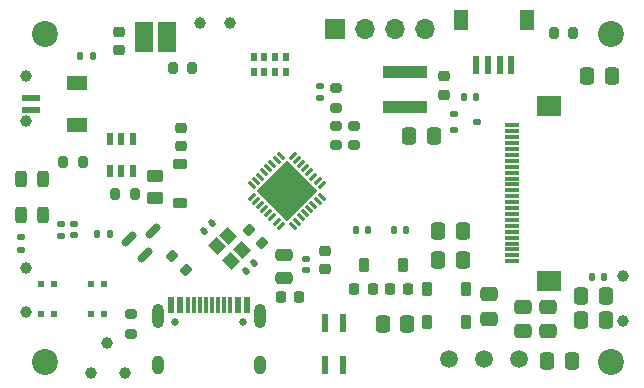
<source format=gbr>
%TF.GenerationSoftware,KiCad,Pcbnew,7.0.11-7.0.11~ubuntu22.04.1*%
%TF.CreationDate,2024-11-26T11:44:11+01:00*%
%TF.ProjectId,H-C6-ulp,482d4336-2d75-46c7-902e-6b696361645f,rev?*%
%TF.SameCoordinates,Original*%
%TF.FileFunction,Soldermask,Top*%
%TF.FilePolarity,Negative*%
%FSLAX46Y46*%
G04 Gerber Fmt 4.6, Leading zero omitted, Abs format (unit mm)*
G04 Created by KiCad (PCBNEW 7.0.11-7.0.11~ubuntu22.04.1) date 2024-11-26 11:44:11*
%MOMM*%
%LPD*%
G01*
G04 APERTURE LIST*
G04 Aperture macros list*
%AMRoundRect*
0 Rectangle with rounded corners*
0 $1 Rounding radius*
0 $2 $3 $4 $5 $6 $7 $8 $9 X,Y pos of 4 corners*
0 Add a 4 corners polygon primitive as box body*
4,1,4,$2,$3,$4,$5,$6,$7,$8,$9,$2,$3,0*
0 Add four circle primitives for the rounded corners*
1,1,$1+$1,$2,$3*
1,1,$1+$1,$4,$5*
1,1,$1+$1,$6,$7*
1,1,$1+$1,$8,$9*
0 Add four rect primitives between the rounded corners*
20,1,$1+$1,$2,$3,$4,$5,0*
20,1,$1+$1,$4,$5,$6,$7,0*
20,1,$1+$1,$6,$7,$8,$9,0*
20,1,$1+$1,$8,$9,$2,$3,0*%
%AMRotRect*
0 Rectangle, with rotation*
0 The origin of the aperture is its center*
0 $1 length*
0 $2 width*
0 $3 Rotation angle, in degrees counterclockwise*
0 Add horizontal line*
21,1,$1,$2,0,0,$3*%
G04 Aperture macros list end*
%ADD10RoundRect,0.135000X-0.135000X-0.185000X0.135000X-0.185000X0.135000X0.185000X-0.135000X0.185000X0*%
%ADD11RoundRect,0.250000X0.475000X-0.337500X0.475000X0.337500X-0.475000X0.337500X-0.475000X-0.337500X0*%
%ADD12RoundRect,0.225000X-0.375000X0.225000X-0.375000X-0.225000X0.375000X-0.225000X0.375000X0.225000X0*%
%ADD13RoundRect,0.135000X0.135000X0.185000X-0.135000X0.185000X-0.135000X-0.185000X0.135000X-0.185000X0*%
%ADD14C,2.200000*%
%ADD15C,1.500000*%
%ADD16RoundRect,0.140000X0.140000X0.170000X-0.140000X0.170000X-0.140000X-0.170000X0.140000X-0.170000X0*%
%ADD17RoundRect,0.225000X-0.250000X0.225000X-0.250000X-0.225000X0.250000X-0.225000X0.250000X0.225000X0*%
%ADD18RoundRect,0.140000X-0.021213X0.219203X-0.219203X0.021213X0.021213X-0.219203X0.219203X-0.021213X0*%
%ADD19RoundRect,0.200000X-0.335876X-0.053033X-0.053033X-0.335876X0.335876X0.053033X0.053033X0.335876X0*%
%ADD20RoundRect,0.140000X0.170000X-0.140000X0.170000X0.140000X-0.170000X0.140000X-0.170000X-0.140000X0*%
%ADD21C,1.000000*%
%ADD22RoundRect,0.225000X0.225000X0.375000X-0.225000X0.375000X-0.225000X-0.375000X0.225000X-0.375000X0*%
%ADD23RoundRect,0.225000X0.250000X-0.225000X0.250000X0.225000X-0.250000X0.225000X-0.250000X-0.225000X0*%
%ADD24R,0.558800X0.990600*%
%ADD25R,1.500000X2.500000*%
%ADD26R,3.708400X1.092200*%
%ADD27R,1.550000X0.600000*%
%ADD28R,1.800000X1.200000*%
%ADD29RoundRect,0.218750X0.256250X-0.218750X0.256250X0.218750X-0.256250X0.218750X-0.256250X-0.218750X0*%
%ADD30RoundRect,0.200000X-0.275000X0.200000X-0.275000X-0.200000X0.275000X-0.200000X0.275000X0.200000X0*%
%ADD31RoundRect,0.225000X0.225000X0.250000X-0.225000X0.250000X-0.225000X-0.250000X0.225000X-0.250000X0*%
%ADD32R,0.570000X0.550000*%
%ADD33RoundRect,0.250000X0.337500X0.475000X-0.337500X0.475000X-0.337500X-0.475000X0.337500X-0.475000X0*%
%ADD34RoundRect,0.225000X-0.225000X-0.375000X0.225000X-0.375000X0.225000X0.375000X-0.225000X0.375000X0*%
%ADD35RoundRect,0.250000X0.475000X-0.250000X0.475000X0.250000X-0.475000X0.250000X-0.475000X-0.250000X0*%
%ADD36RoundRect,0.250000X-0.337500X-0.475000X0.337500X-0.475000X0.337500X0.475000X-0.337500X0.475000X0*%
%ADD37RoundRect,0.200000X-0.200000X-0.275000X0.200000X-0.275000X0.200000X0.275000X-0.200000X0.275000X0*%
%ADD38RotRect,0.990600X1.193800X45.000000*%
%ADD39RoundRect,0.250000X0.450000X-0.262500X0.450000X0.262500X-0.450000X0.262500X-0.450000X-0.262500X0*%
%ADD40C,0.650000*%
%ADD41R,0.600000X1.450000*%
%ADD42R,0.300000X1.450000*%
%ADD43O,1.000000X2.100000*%
%ADD44O,1.000000X1.600000*%
%ADD45R,1.700000X1.700000*%
%ADD46O,1.700000X1.700000*%
%ADD47R,0.600000X1.500000*%
%ADD48R,0.500000X0.800000*%
%ADD49RoundRect,0.243750X-0.243750X-0.456250X0.243750X-0.456250X0.243750X0.456250X-0.243750X0.456250X0*%
%ADD50RoundRect,0.140000X0.021213X-0.219203X0.219203X-0.021213X-0.021213X0.219203X-0.219203X0.021213X0*%
%ADD51RoundRect,0.200000X0.275000X-0.200000X0.275000X0.200000X-0.275000X0.200000X-0.275000X-0.200000X0*%
%ADD52R,1.193800X0.304800*%
%ADD53R,2.006600X1.803400*%
%ADD54RoundRect,0.135000X0.185000X-0.135000X0.185000X0.135000X-0.185000X0.135000X-0.185000X-0.135000X0*%
%ADD55C,0.160000*%
%ADD56RoundRect,0.150000X-0.309359X-0.521491X0.521491X0.309359X0.309359X0.521491X-0.521491X-0.309359X0*%
%ADD57RoundRect,0.200000X0.335876X0.053033X0.053033X0.335876X-0.335876X-0.053033X-0.053033X-0.335876X0*%
%ADD58RoundRect,0.062500X0.282843X-0.194454X-0.194454X0.282843X-0.282843X0.194454X0.194454X-0.282843X0*%
%ADD59RoundRect,0.062500X0.282843X0.194454X0.194454X0.282843X-0.282843X-0.194454X-0.194454X-0.282843X0*%
%ADD60RotRect,3.600000X3.600000X135.000000*%
%ADD61RoundRect,0.218750X-0.218750X-0.256250X0.218750X-0.256250X0.218750X0.256250X-0.218750X0.256250X0*%
%ADD62RoundRect,0.135000X-0.185000X0.135000X-0.185000X-0.135000X0.185000X-0.135000X0.185000X0.135000X0*%
%ADD63RoundRect,0.112500X-0.237500X0.112500X-0.237500X-0.112500X0.237500X-0.112500X0.237500X0.112500X0*%
%ADD64RoundRect,0.200000X0.200000X0.275000X-0.200000X0.275000X-0.200000X-0.275000X0.200000X-0.275000X0*%
%ADD65R,0.600000X1.550000*%
%ADD66R,1.200000X1.800000*%
G04 APERTURE END LIST*
D10*
%TO.C,R7*%
X153490000Y-55550000D03*
X154510000Y-55550000D03*
%TD*%
D11*
%TO.C,C14*%
X160600000Y-75387500D03*
X160600000Y-73312500D03*
%TD*%
D12*
%TO.C,D5*%
X129500000Y-61250000D03*
X129500000Y-64550000D03*
%TD*%
D13*
%TO.C,R17*%
X165370000Y-70800000D03*
X164350000Y-70800000D03*
%TD*%
D10*
%TO.C,R2*%
X144390000Y-66820000D03*
X145410000Y-66820000D03*
%TD*%
D14*
%TO.C,H2*%
X165975000Y-50200000D03*
%TD*%
D15*
%TO.C,TP1*%
X158200000Y-77700000D03*
%TD*%
D16*
%TO.C,C1*%
X148570000Y-66820000D03*
X147610000Y-66820000D03*
%TD*%
D17*
%TO.C,C2*%
X129550000Y-58150000D03*
X129550000Y-59700000D03*
%TD*%
D18*
%TO.C,C5*%
X135749411Y-69590589D03*
X135070589Y-70269411D03*
%TD*%
D19*
%TO.C,R6*%
X135266637Y-66766637D03*
X136433363Y-67933363D03*
%TD*%
D14*
%TO.C,H4*%
X165975000Y-78000000D03*
%TD*%
D20*
%TO.C,C23*%
X120450000Y-67260000D03*
X120450000Y-66300000D03*
%TD*%
D21*
%TO.C,TP10*%
X131200000Y-49250000D03*
%TD*%
D22*
%TO.C,D2*%
X148350000Y-69800000D03*
X145050000Y-69800000D03*
%TD*%
D23*
%TO.C,C3*%
X124300000Y-51575000D03*
X124300000Y-50025000D03*
%TD*%
D24*
%TO.C,U3*%
X125450001Y-59132200D03*
X124500000Y-59132200D03*
X123549999Y-59132200D03*
X123549999Y-61850000D03*
X124500000Y-61850000D03*
X125450001Y-61850000D03*
%TD*%
D25*
%TO.C,L2*%
X128390000Y-50482525D03*
X126450000Y-50482525D03*
%TD*%
D10*
%TO.C,R18*%
X121040000Y-52050000D03*
X122060000Y-52050000D03*
%TD*%
D26*
%TO.C,L3*%
X148500000Y-53401400D03*
X148500000Y-56398600D03*
%TD*%
D11*
%TO.C,C8*%
X155600000Y-74337500D03*
X155600000Y-72262500D03*
%TD*%
D21*
%TO.C,TP6*%
X123300000Y-76350000D03*
%TD*%
D27*
%TO.C,J3*%
X116875000Y-56650000D03*
X116875000Y-55650000D03*
D28*
X120750000Y-57950000D03*
X120750000Y-54350000D03*
%TD*%
D29*
%TO.C,L1*%
X141700000Y-70147500D03*
X141700000Y-68572500D03*
%TD*%
D30*
%TO.C,R15*%
X142650000Y-57975000D03*
X142650000Y-59625000D03*
%TD*%
D31*
%TO.C,C20*%
X139525000Y-72450000D03*
X137975000Y-72450000D03*
%TD*%
D15*
%TO.C,TP2*%
X155200000Y-77700000D03*
%TD*%
D32*
%TO.C,SW2*%
X118830000Y-71400000D03*
X117670000Y-71400000D03*
X118830000Y-73950000D03*
X117670000Y-73950000D03*
%TD*%
D33*
%TO.C,C11*%
X162617500Y-77890000D03*
X160542500Y-77890000D03*
%TD*%
D34*
%TO.C,D1*%
X150395000Y-71800000D03*
X153695000Y-71800000D03*
%TD*%
D33*
%TO.C,C16*%
X148712500Y-74750000D03*
X146637500Y-74750000D03*
%TD*%
D35*
%TO.C,C18*%
X138250000Y-70840000D03*
X138250000Y-68940000D03*
%TD*%
D14*
%TO.C,H3*%
X118000000Y-78000000D03*
%TD*%
%TO.C,H1*%
X118000000Y-50200000D03*
%TD*%
D33*
%TO.C,C6*%
X166025000Y-53750000D03*
X163950000Y-53750000D03*
%TD*%
D17*
%TO.C,C17*%
X151850000Y-53800000D03*
X151850000Y-55350000D03*
%TD*%
D22*
%TO.C,D3*%
X153695000Y-74600000D03*
X150395000Y-74600000D03*
%TD*%
D21*
%TO.C,TP8*%
X124850000Y-78900000D03*
%TD*%
D36*
%TO.C,C7*%
X148875000Y-58850000D03*
X150950000Y-58850000D03*
%TD*%
%TO.C,C9*%
X151312500Y-66875000D03*
X153387500Y-66875000D03*
%TD*%
D37*
%TO.C,R3*%
X128850000Y-53087525D03*
X130500000Y-53087525D03*
%TD*%
D38*
%TO.C,X1*%
X132597917Y-68197917D03*
X133800000Y-69400000D03*
X134719237Y-68480763D03*
X133517154Y-67278680D03*
%TD*%
D30*
%TO.C,R20*%
X125300000Y-73925000D03*
X125300000Y-75575000D03*
%TD*%
D39*
%TO.C,R12*%
X127350000Y-64062500D03*
X127350000Y-62237500D03*
%TD*%
D32*
%TO.C,SW1*%
X123060000Y-71400000D03*
X121900000Y-71400000D03*
X123060000Y-73950000D03*
X121900000Y-73950000D03*
%TD*%
D10*
%TO.C,R10*%
X122480000Y-67130000D03*
X123500000Y-67130000D03*
%TD*%
D40*
%TO.C,J1*%
X129025000Y-74620000D03*
X134805000Y-74620000D03*
D41*
X128665000Y-73175000D03*
X129465000Y-73175000D03*
D42*
X130665000Y-73175000D03*
X131665000Y-73175000D03*
X132165000Y-73175000D03*
X133165000Y-73175000D03*
D41*
X134365000Y-73175000D03*
X135165000Y-73175000D03*
X135165000Y-73175000D03*
X134365000Y-73175000D03*
D42*
X133665000Y-73175000D03*
X132665000Y-73175000D03*
X131165000Y-73175000D03*
X130165000Y-73175000D03*
D41*
X129465000Y-73175000D03*
X128665000Y-73175000D03*
D43*
X127595000Y-74090000D03*
D44*
X127595000Y-78270000D03*
D43*
X136235000Y-74090000D03*
D44*
X136235000Y-78270000D03*
%TD*%
D20*
%TO.C,C19*%
X140170000Y-70210000D03*
X140170000Y-69250000D03*
%TD*%
D45*
%TO.C,J5*%
X142590000Y-49770000D03*
D46*
X145130000Y-49770000D03*
X147670000Y-49770000D03*
X150210000Y-49770000D03*
%TD*%
D47*
%TO.C,ANT1*%
X141700000Y-74700000D03*
X141700000Y-78200000D03*
X143300000Y-78200000D03*
X143300000Y-74700000D03*
%TD*%
D21*
%TO.C,TP7*%
X121900000Y-78900000D03*
%TD*%
D48*
%TO.C,Y1*%
X135700000Y-53400000D03*
X136600000Y-53400000D03*
X137500000Y-53400000D03*
X138400000Y-53400000D03*
X138400000Y-52200000D03*
X137500000Y-52200000D03*
X136600000Y-52200000D03*
X135700000Y-52200000D03*
%TD*%
D33*
%TO.C,C10*%
X165500000Y-72382500D03*
X163425000Y-72382500D03*
%TD*%
D49*
%TO.C,D6*%
X116012500Y-65540000D03*
X117887500Y-65540000D03*
%TD*%
D50*
%TO.C,C4*%
X131470589Y-66879411D03*
X132149411Y-66200589D03*
%TD*%
D51*
%TO.C,R14*%
X144200000Y-59625000D03*
X144200000Y-57975000D03*
%TD*%
D52*
%TO.C,J2*%
X157554400Y-69450001D03*
X157554400Y-68950000D03*
X157554400Y-68450001D03*
X157554400Y-67949999D03*
X157554400Y-67450000D03*
X157554400Y-66950001D03*
X157554400Y-66450000D03*
X157554400Y-65950001D03*
X157554400Y-65449999D03*
X157554400Y-64950000D03*
X157554400Y-64450001D03*
X157554400Y-63950000D03*
X157554400Y-63450000D03*
X157554400Y-62949999D03*
X157554400Y-62450000D03*
X157554400Y-61950001D03*
X157554400Y-61449999D03*
X157554400Y-60950000D03*
X157554400Y-60449999D03*
X157554400Y-59950000D03*
X157554400Y-59450001D03*
X157554400Y-58949999D03*
X157554400Y-58450000D03*
X157554400Y-57950001D03*
D53*
X160704399Y-71100000D03*
X160704399Y-56300000D03*
%TD*%
D54*
%TO.C,R19*%
X116000000Y-68460000D03*
X116000000Y-67440000D03*
%TD*%
%TO.C,R16*%
X119350000Y-67310000D03*
X119350000Y-66290000D03*
%TD*%
D37*
%TO.C,R8*%
X161100000Y-50150000D03*
X162750000Y-50150000D03*
%TD*%
%TO.C,R13*%
X124000000Y-63790000D03*
X125650000Y-63790000D03*
%TD*%
D55*
%TO.C,U2*%
X126800000Y-53205025D03*
X126800000Y-52845025D03*
X127150000Y-53205025D03*
X127150000Y-52845025D03*
X127500000Y-53205025D03*
X127500000Y-52845025D03*
%TD*%
D56*
%TO.C,Q2*%
X125165336Y-67553661D03*
X126508839Y-68897164D03*
X127162913Y-66899587D03*
%TD*%
D36*
%TO.C,C15*%
X151312500Y-69350000D03*
X153387500Y-69350000D03*
%TD*%
D57*
%TO.C,R1*%
X129960000Y-70190000D03*
X128793274Y-69023274D03*
%TD*%
D21*
%TO.C,TP9*%
X133700000Y-49250000D03*
%TD*%
D58*
%TO.C,U1*%
X138993503Y-66453553D03*
X139347056Y-66100000D03*
X139700610Y-65746447D03*
X140054163Y-65392893D03*
X140407716Y-65039340D03*
X140761270Y-64685787D03*
X141114823Y-64332233D03*
X141468376Y-63978680D03*
D59*
X141468376Y-62988730D03*
X141114823Y-62635177D03*
X140761270Y-62281623D03*
X140407716Y-61928070D03*
X140054163Y-61574517D03*
X139700610Y-61220963D03*
X139347056Y-60867410D03*
X138993503Y-60513857D03*
D58*
X138003553Y-60513857D03*
X137650000Y-60867410D03*
X137296446Y-61220963D03*
X136942893Y-61574517D03*
X136589340Y-61928070D03*
X136235786Y-62281623D03*
X135882233Y-62635177D03*
X135528680Y-62988730D03*
D59*
X135528680Y-63978680D03*
X135882233Y-64332233D03*
X136235786Y-64685787D03*
X136589340Y-65039340D03*
X136942893Y-65392893D03*
X137296446Y-65746447D03*
X137650000Y-66100000D03*
X138003553Y-66453553D03*
D60*
X138498528Y-63483705D03*
%TD*%
D61*
%TO.C,L4*%
X144200000Y-71820000D03*
X145775000Y-71820000D03*
%TD*%
D62*
%TO.C,R4*%
X141300000Y-54590000D03*
X141300000Y-55610000D03*
%TD*%
D15*
%TO.C,TP3*%
X152200000Y-77700000D03*
%TD*%
D51*
%TO.C,R9*%
X142675000Y-56475000D03*
X142675000Y-54825000D03*
%TD*%
D63*
%TO.C,Q1*%
X152650000Y-57000000D03*
X152650000Y-58300000D03*
X154650000Y-57650000D03*
%TD*%
D33*
%TO.C,C12*%
X165500000Y-74457500D03*
X163425000Y-74457500D03*
%TD*%
D49*
%TO.C,D4*%
X116012500Y-62480000D03*
X117887500Y-62480000D03*
%TD*%
D31*
%TO.C,C21*%
X148775000Y-71820000D03*
X147225000Y-71820000D03*
%TD*%
D11*
%TO.C,C13*%
X158500000Y-75387500D03*
X158500000Y-73312500D03*
%TD*%
D64*
%TO.C,R11*%
X121225000Y-61050000D03*
X119575000Y-61050000D03*
%TD*%
D65*
%TO.C,J4*%
X157525000Y-52861000D03*
X156525000Y-52861000D03*
X155525000Y-52861000D03*
X154525000Y-52861000D03*
D66*
X158825000Y-48986000D03*
X153225000Y-48986000D03*
%TD*%
D21*
%TO.C,U6*%
X116450000Y-69990000D03*
X116450000Y-73790000D03*
%TD*%
%TO.C,U4*%
X116450000Y-53750000D03*
X116450000Y-57550000D03*
%TD*%
%TO.C,U5*%
X166980000Y-74500000D03*
X166980000Y-70700000D03*
%TD*%
M02*

</source>
